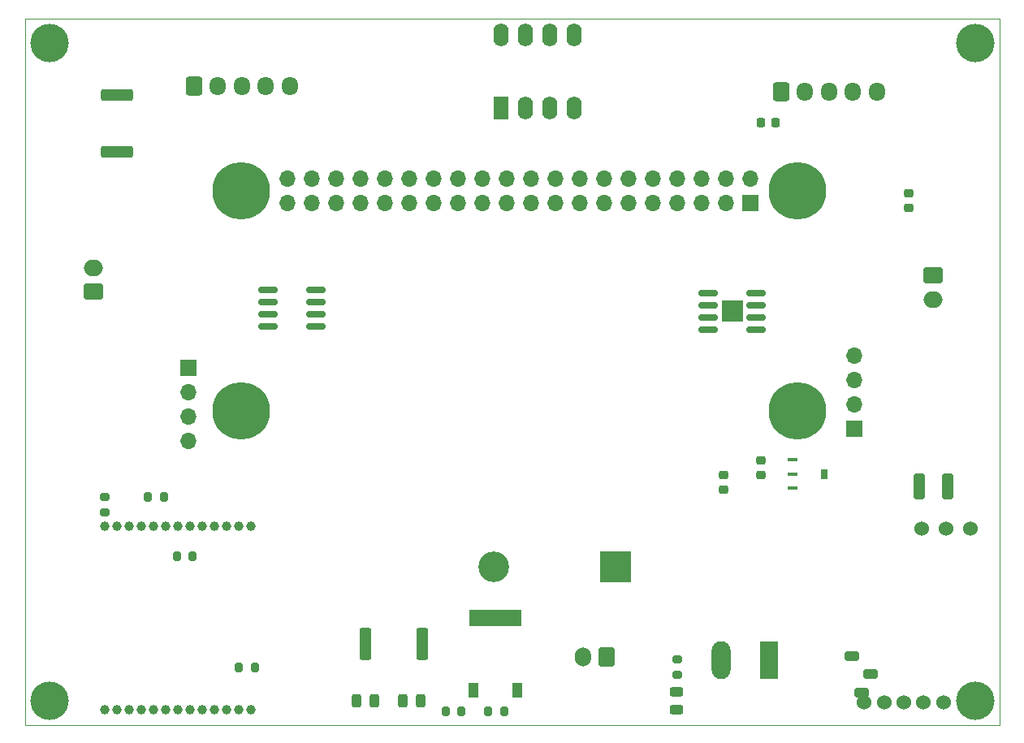
<source format=gts>
G04 #@! TF.GenerationSoftware,KiCad,Pcbnew,(6.0.6)*
G04 #@! TF.CreationDate,2022-08-15T14:06:09+09:00*
G04 #@! TF.ProjectId,arliss,61726c69-7373-42e6-9b69-6361645f7063,rev?*
G04 #@! TF.SameCoordinates,Original*
G04 #@! TF.FileFunction,Soldermask,Top*
G04 #@! TF.FilePolarity,Negative*
%FSLAX46Y46*%
G04 Gerber Fmt 4.6, Leading zero omitted, Abs format (unit mm)*
G04 Created by KiCad (PCBNEW (6.0.6)) date 2022-08-15 14:06:09*
%MOMM*%
%LPD*%
G01*
G04 APERTURE LIST*
G04 Aperture macros list*
%AMRoundRect*
0 Rectangle with rounded corners*
0 $1 Rounding radius*
0 $2 $3 $4 $5 $6 $7 $8 $9 X,Y pos of 4 corners*
0 Add a 4 corners polygon primitive as box body*
4,1,4,$2,$3,$4,$5,$6,$7,$8,$9,$2,$3,0*
0 Add four circle primitives for the rounded corners*
1,1,$1+$1,$2,$3*
1,1,$1+$1,$4,$5*
1,1,$1+$1,$6,$7*
1,1,$1+$1,$8,$9*
0 Add four rect primitives between the rounded corners*
20,1,$1+$1,$2,$3,$4,$5,0*
20,1,$1+$1,$4,$5,$6,$7,0*
20,1,$1+$1,$6,$7,$8,$9,0*
20,1,$1+$1,$8,$9,$2,$3,0*%
G04 Aperture macros list end*
G04 #@! TA.AperFunction,Profile*
%ADD10C,0.100000*%
G04 #@! TD*
%ADD11C,1.000000*%
%ADD12C,4.000000*%
%ADD13RoundRect,0.225000X0.250000X-0.225000X0.250000X0.225000X-0.250000X0.225000X-0.250000X-0.225000X0*%
%ADD14RoundRect,0.250000X-0.600000X-0.725000X0.600000X-0.725000X0.600000X0.725000X-0.600000X0.725000X0*%
%ADD15O,1.700000X1.950000*%
%ADD16RoundRect,0.200000X0.200000X0.275000X-0.200000X0.275000X-0.200000X-0.275000X0.200000X-0.275000X0*%
%ADD17C,6.000000*%
%ADD18R,1.700000X1.700000*%
%ADD19O,1.700000X1.700000*%
%ADD20RoundRect,0.243750X0.243750X0.456250X-0.243750X0.456250X-0.243750X-0.456250X0.243750X-0.456250X0*%
%ADD21R,1.000000X1.500000*%
%ADD22R,5.400000X1.700000*%
%ADD23RoundRect,0.200000X-0.200000X-0.275000X0.200000X-0.275000X0.200000X0.275000X-0.200000X0.275000X0*%
%ADD24R,3.200000X3.200000*%
%ADD25O,3.200000X3.200000*%
%ADD26RoundRect,0.243750X-0.243750X-0.456250X0.243750X-0.456250X0.243750X0.456250X-0.243750X0.456250X0*%
%ADD27RoundRect,0.250000X-0.750000X0.600000X-0.750000X-0.600000X0.750000X-0.600000X0.750000X0.600000X0*%
%ADD28O,2.000000X1.700000*%
%ADD29RoundRect,0.243750X-0.456250X0.243750X-0.456250X-0.243750X0.456250X-0.243750X0.456250X0.243750X0*%
%ADD30RoundRect,0.225000X-0.250000X0.225000X-0.250000X-0.225000X0.250000X-0.225000X0.250000X0.225000X0*%
%ADD31RoundRect,0.200000X-0.275000X0.200000X-0.275000X-0.200000X0.275000X-0.200000X0.275000X0.200000X0*%
%ADD32C,1.524000*%
%ADD33RoundRect,0.250000X0.750000X-0.600000X0.750000X0.600000X-0.750000X0.600000X-0.750000X-0.600000X0*%
%ADD34RoundRect,0.150000X0.825000X0.150000X-0.825000X0.150000X-0.825000X-0.150000X0.825000X-0.150000X0*%
%ADD35RoundRect,0.250000X0.512000X-0.250000X0.512000X0.250000X-0.512000X0.250000X-0.512000X-0.250000X0*%
%ADD36RoundRect,0.250000X0.600000X0.750000X-0.600000X0.750000X-0.600000X-0.750000X0.600000X-0.750000X0*%
%ADD37O,1.700000X2.000000*%
%ADD38RoundRect,0.150000X-0.825000X-0.150000X0.825000X-0.150000X0.825000X0.150000X-0.825000X0.150000X0*%
%ADD39R,2.300000X2.300000*%
%ADD40R,1.000000X0.400000*%
%ADD41R,0.400000X1.000000*%
%ADD42RoundRect,0.225000X0.225000X0.250000X-0.225000X0.250000X-0.225000X-0.250000X0.225000X-0.250000X0*%
%ADD43RoundRect,0.250000X-1.425000X0.362500X-1.425000X-0.362500X1.425000X-0.362500X1.425000X0.362500X0*%
%ADD44RoundRect,0.250000X0.362500X1.425000X-0.362500X1.425000X-0.362500X-1.425000X0.362500X-1.425000X0*%
%ADD45R,1.980000X3.960000*%
%ADD46O,1.980000X3.960000*%
%ADD47R,1.600000X2.400000*%
%ADD48O,1.600000X2.400000*%
%ADD49RoundRect,0.250000X0.325000X1.100000X-0.325000X1.100000X-0.325000X-1.100000X0.325000X-1.100000X0*%
G04 APERTURE END LIST*
D10*
X76200000Y-50800000D02*
X177800000Y-50800000D01*
X177800000Y-50800000D02*
X177800000Y-124460000D01*
X177800000Y-124460000D02*
X76200000Y-124460000D01*
X76200000Y-124460000D02*
X76200000Y-50800000D01*
D11*
X99796800Y-103769000D03*
X98526800Y-103769000D03*
X97256800Y-103769000D03*
X95986800Y-103769000D03*
X94716800Y-103769000D03*
X93446800Y-103769000D03*
X92176800Y-103769000D03*
X90906800Y-103769000D03*
X89636800Y-103769000D03*
X88366800Y-103769000D03*
X87096800Y-103769000D03*
X85826800Y-103769000D03*
X84556800Y-103769000D03*
X84556800Y-122869000D03*
X85826800Y-122869000D03*
X87096800Y-122869000D03*
X88366800Y-122869000D03*
X89636800Y-122869000D03*
X90906800Y-122869000D03*
X92176800Y-122869000D03*
X93446800Y-122869000D03*
X94716800Y-122869000D03*
X95986800Y-122869000D03*
X97256800Y-122869000D03*
X98526800Y-122869000D03*
X99796800Y-122869000D03*
D12*
X78740000Y-53340000D03*
D13*
X152920000Y-98425000D03*
X152920000Y-96875000D03*
D14*
X93800000Y-57882500D03*
D15*
X96300000Y-57882500D03*
X98800000Y-57882500D03*
X101300000Y-57882500D03*
X103800000Y-57882500D03*
D16*
X121705000Y-123050000D03*
X120055000Y-123050000D03*
D17*
X98725000Y-91755000D03*
X156725000Y-91755000D03*
X156725000Y-68755000D03*
X98725000Y-68755000D03*
D18*
X151855000Y-70025000D03*
D19*
X151855000Y-67485000D03*
X149315000Y-70025000D03*
X149315000Y-67485000D03*
X146775000Y-70025000D03*
X146775000Y-67485000D03*
X144235000Y-70025000D03*
X144235000Y-67485000D03*
X141695000Y-70025000D03*
X141695000Y-67485000D03*
X139155000Y-70025000D03*
X139155000Y-67485000D03*
X136615000Y-70025000D03*
X136615000Y-67485000D03*
X134075000Y-70025000D03*
X134075000Y-67485000D03*
X131535000Y-70025000D03*
X131535000Y-67485000D03*
X128995000Y-70025000D03*
X128995000Y-67485000D03*
X126455000Y-70025000D03*
X126455000Y-67485000D03*
X123915000Y-70025000D03*
X123915000Y-67485000D03*
X121375000Y-70025000D03*
X121375000Y-67485000D03*
X118835000Y-70025000D03*
X118835000Y-67485000D03*
X116295000Y-70025000D03*
X116295000Y-67485000D03*
X113755000Y-70025000D03*
X113755000Y-67485000D03*
X111215000Y-70025000D03*
X111215000Y-67485000D03*
X108675000Y-70025000D03*
X108675000Y-67485000D03*
X106135000Y-70025000D03*
X106135000Y-67485000D03*
X103595000Y-70025000D03*
X103595000Y-67485000D03*
D20*
X112657500Y-121950000D03*
X110782500Y-121950000D03*
D18*
X162640000Y-93630000D03*
D19*
X162640000Y-91090000D03*
X162640000Y-88550000D03*
X162640000Y-86010000D03*
D21*
X122930000Y-120850000D03*
D22*
X125230000Y-113300000D03*
D21*
X127530000Y-120850000D03*
D23*
X89045000Y-100730000D03*
X90695000Y-100730000D03*
D16*
X126145000Y-123040000D03*
X124495000Y-123040000D03*
D24*
X137760000Y-107990000D03*
D25*
X125060000Y-107990000D03*
D26*
X115562500Y-121990000D03*
X117437500Y-121990000D03*
D27*
X170887500Y-77620000D03*
D28*
X170887500Y-80120000D03*
D16*
X93685000Y-106850000D03*
X92035000Y-106850000D03*
D29*
X144175000Y-121050000D03*
X144175000Y-122925000D03*
D30*
X149080000Y-98415000D03*
X149080000Y-99965000D03*
D31*
X84500000Y-100675000D03*
X84500000Y-102325000D03*
D32*
X167850000Y-122100000D03*
X165850000Y-122100000D03*
X163700000Y-122100000D03*
X169850000Y-122100000D03*
X172000000Y-122100000D03*
D33*
X83338500Y-79320400D03*
D28*
X83338500Y-76820400D03*
D34*
X106500000Y-82920000D03*
X106500000Y-81650000D03*
X106500000Y-80380000D03*
X106500000Y-79110000D03*
X101550000Y-79110000D03*
X101550000Y-80380000D03*
X101550000Y-81650000D03*
X101550000Y-82920000D03*
D30*
X168320000Y-69015000D03*
X168320000Y-70565000D03*
D35*
X162401600Y-117293000D03*
X164401600Y-119193000D03*
X163401600Y-121093000D03*
D36*
X136875000Y-117367500D03*
D37*
X134375000Y-117367500D03*
D38*
X147475000Y-79445000D03*
X147475000Y-80715000D03*
X147475000Y-81985000D03*
X147475000Y-83255000D03*
X152425000Y-83255000D03*
X152425000Y-81985000D03*
X152425000Y-80715000D03*
X152425000Y-79445000D03*
D39*
X149950000Y-81350000D03*
D40*
X156210000Y-96790000D03*
X156210000Y-98290000D03*
X156210000Y-99790000D03*
D41*
X159710000Y-98290000D03*
X159410000Y-98290000D03*
D42*
X154485000Y-61650000D03*
X152935000Y-61650000D03*
D31*
X144190000Y-117625000D03*
X144190000Y-119275000D03*
D43*
X85835200Y-58775700D03*
X85835200Y-64700700D03*
D18*
X93270000Y-87280000D03*
D19*
X93270000Y-89820000D03*
X93270000Y-92360000D03*
X93270000Y-94900000D03*
D14*
X155020000Y-58412500D03*
D15*
X157520000Y-58412500D03*
X160020000Y-58412500D03*
X162520000Y-58412500D03*
X165020000Y-58412500D03*
D32*
X174815000Y-104000000D03*
X172275000Y-104000000D03*
X169735000Y-104000000D03*
D44*
X117632500Y-116010000D03*
X111707500Y-116010000D03*
D12*
X78740000Y-121920000D03*
D16*
X100185000Y-118470000D03*
X98535000Y-118470000D03*
D12*
X175260000Y-53340000D03*
D45*
X153765000Y-117700000D03*
D46*
X148765000Y-117700000D03*
D47*
X125810000Y-60185000D03*
D48*
X128350000Y-60185000D03*
X130890000Y-60185000D03*
X133430000Y-60185000D03*
X133430000Y-52565000D03*
X130890000Y-52565000D03*
X128350000Y-52565000D03*
X125810000Y-52565000D03*
D49*
X172425000Y-99575000D03*
X169475000Y-99575000D03*
D12*
X175260000Y-121920000D03*
M02*

</source>
